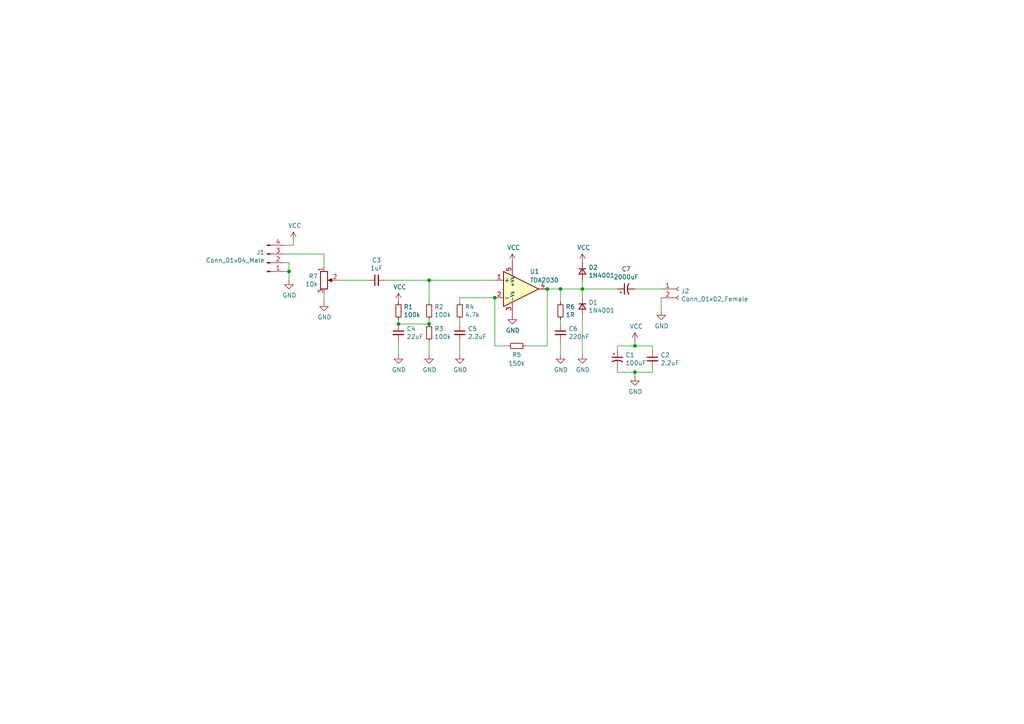
<source format=kicad_sch>
(kicad_sch (version 20211123) (generator eeschema)
  (paper "A4")
  (lib_symbols
    (symbol "Amplifier_Audio:TDA2030" (pin_names (offset 0.127))
      (property "Reference" "U" (at 3.81 6.35 0))
      (property "Value" "TDA2030" (at 3.81 3.81 0))
      (symbol "TDA2030_0_1"
        (polyline (pts (xy -5.08 5.08) (xy 5.08 0) (xy -5.08 -5.08) (xy -5.08 5.08)) (stroke (width 0.254)) (fill (type background)))
      )
      (symbol "TDA2030_1_1"
        (pin input line (at -7.62 2.54 0) (length 2.54) (name "+") (number "1"))
        (pin input line (at -7.62 -2.54 0) (length 2.54) (name "-") (number "2"))
        (pin power_in line (at -2.54 -7.62 90) (length 3.81) (name "-Vs") (number "3"))
        (pin output line (at 7.62 0 180) (length 2.54) (name "~") (number "4"))
        (pin power_in line (at -2.54 7.62 270) (length 3.81) (name "+Vs") (number "5"))
      )
    )
    (symbol "Connector:Conn_01x02_Female" (pin_names (offset 1.016) hide)
      (property "Reference" "J" (at 0 2.54 0))
      (property "Value" "Conn_01x02_Female" (at 0 -5.08 0))
      (symbol "Conn_01x02_Female_1_1"
        (arc (start 0 -2.032) (mid -0.508 -2.54) (end 0 -3.048) (stroke (width 0.1524)))
        (polyline (pts (xy -1.27 -2.54) (xy -0.508 -2.54)) (stroke (width 0.1524)))
        (polyline (pts (xy -1.27 0) (xy -0.508 0)) (stroke (width 0.1524)))
        (arc (start 0 0.508) (mid -0.508 0) (end 0 -0.508) (stroke (width 0.1524)))
        (pin passive line (at -5.08 0 0) (length 3.81) (name "Pin_1") (number "1"))
        (pin passive line (at -5.08 -2.54 0) (length 3.81) (name "Pin_2") (number "2"))
      )
    )
    (symbol "Connector:Conn_01x04_Male" (pin_names (offset 1.016) hide)
      (property "Reference" "J" (at 0 5.08 0))
      (property "Value" "Conn_01x04_Male" (at 0 -7.62 0))
      (symbol "Conn_01x04_Male_1_1"
        (polyline (pts (xy 1.27 -5.08) (xy 0.8636 -5.08)) (stroke (width 0.1524)))
        (polyline (pts (xy 1.27 -2.54) (xy 0.8636 -2.54)) (stroke (width 0.1524)))
        (polyline (pts (xy 1.27 0) (xy 0.8636 0)) (stroke (width 0.1524)))
        (polyline (pts (xy 1.27 2.54) (xy 0.8636 2.54)) (stroke (width 0.1524)))
        (rectangle (start 0.8636 -4.953) (end 0 -5.207) (stroke (width 0.1524)) (fill (type outline)))
        (rectangle (start 0.8636 -2.413) (end 0 -2.667) (stroke (width 0.1524)) (fill (type outline)))
        (rectangle (start 0.8636 0.127) (end 0 -0.127) (stroke (width 0.1524)) (fill (type outline)))
        (rectangle (start 0.8636 2.667) (end 0 2.413) (stroke (width 0.1524)) (fill (type outline)))
        (pin passive line (at 5.08 2.54 180) (length 3.81) (name "Pin_1") (number "1"))
        (pin passive line (at 5.08 0 180) (length 3.81) (name "Pin_2") (number "2"))
        (pin passive line (at 5.08 -2.54 180) (length 3.81) (name "Pin_3") (number "3"))
        (pin passive line (at 5.08 -5.08 180) (length 3.81) (name "Pin_4") (number "4"))
      )
    )
    (symbol "Device:C_Polarized_Small_US" (pin_numbers hide) (pin_names (offset 0.254) hide)
      (property "Reference" "C" (at 0.254 1.778 0))
      (property "Value" "C_Polarized_Small_US" (at 0.254 -2.032 0))
      (symbol "C_Polarized_Small_US_0_1"
        (polyline (pts (xy -1.524 0.508) (xy 1.524 0.508)) (stroke (width 0.3048)))
        (polyline (pts (xy -1.27 1.524) (xy -0.762 1.524)))
        (polyline (pts (xy -1.016 1.27) (xy -1.016 1.778)))
        (arc (start 1.524 -0.762) (mid 0 -0.3734) (end -1.524 -0.762) (stroke (width 0.3048)))
      )
      (symbol "C_Polarized_Small_US_1_1"
        (pin passive line (at 0 2.54 270) (length 2.032) (name "~") (number "1"))
        (pin passive line (at 0 -2.54 90) (length 2.032) (name "~") (number "2"))
      )
    )
    (symbol "Device:C_Small" (pin_numbers hide) (pin_names (offset 0.254) hide)
      (property "Reference" "C" (at 0.254 1.778 0))
      (property "Value" "C_Small" (at 0.254 -2.032 0))
      (symbol "C_Small_0_1"
        (polyline (pts (xy -1.524 -0.508) (xy 1.524 -0.508)) (stroke (width 0.3302)))
        (polyline (pts (xy -1.524 0.508) (xy 1.524 0.508)) (stroke (width 0.3048)))
      )
      (symbol "C_Small_1_1"
        (pin passive line (at 0 2.54 270) (length 2.032) (name "~") (number "1"))
        (pin passive line (at 0 -2.54 90) (length 2.032) (name "~") (number "2"))
      )
    )
    (symbol "Device:D_Small" (pin_numbers hide) (pin_names (offset 0.254) hide)
      (property "Reference" "D" (at -1.27 2.032 0))
      (property "Value" "D_Small" (at -3.81 -2.032 0))
      (symbol "D_Small_0_1"
        (polyline (pts (xy -0.762 -1.016) (xy -0.762 1.016)) (stroke (width 0.254)))
        (polyline (pts (xy -0.762 0) (xy 0.762 0)))
        (polyline (pts (xy 0.762 -1.016) (xy -0.762 0) (xy 0.762 1.016) (xy 0.762 -1.016)) (stroke (width 0.254)))
      )
      (symbol "D_Small_1_1"
        (pin passive line (at -2.54 0 0) (length 1.778) (name "K") (number "1"))
        (pin passive line (at 2.54 0 180) (length 1.778) (name "A") (number "2"))
      )
    )
    (symbol "Device:R_Potentiometer" (pin_names (offset 1.016) hide)
      (property "Reference" "RV" (at -4.445 0 90))
      (property "Value" "R_Potentiometer" (at -2.54 0 90))
      (symbol "R_Potentiometer_0_1"
        (polyline (pts (xy 2.54 0) (xy 1.524 0)))
        (polyline (pts (xy 1.143 0) (xy 2.286 0.508) (xy 2.286 -0.508) (xy 1.143 0)) (fill (type outline)))
        (rectangle (start 1.016 2.54) (end -1.016 -2.54) (stroke (width 0.254)))
      )
      (symbol "R_Potentiometer_1_1"
        (pin passive line (at 0 3.81 270) (length 1.27) (name "1") (number "1"))
        (pin passive line (at 3.81 0 180) (length 1.27) (name "2") (number "2"))
        (pin passive line (at 0 -3.81 90) (length 1.27) (name "3") (number "3"))
      )
    )
    (symbol "Device:R_Small" (pin_numbers hide) (pin_names (offset 0.254) hide)
      (property "Reference" "R" (at 0.762 0.508 0))
      (property "Value" "R_Small" (at 0.762 -1.016 0))
      (symbol "R_Small_0_1"
        (rectangle (start -0.762 1.778) (end 0.762 -1.778) (stroke (width 0.2032)))
      )
      (symbol "R_Small_1_1"
        (pin passive line (at 0 2.54 270) (length 0.762) (name "~") (number "1"))
        (pin passive line (at 0 -2.54 90) (length 0.762) (name "~") (number "2"))
      )
    )
    (symbol "power:GND" (power) (pin_names (offset 0))
      (property "Value" "GND" (at 0 -3.81 0))
      (symbol "GND_0_1"
        (polyline (pts (xy 0 0) (xy 0 -1.27) (xy 1.27 -1.27) (xy 0 -2.54) (xy -1.27 -1.27) (xy 0 -1.27)))
      )
      (symbol "GND_1_1"
        (pin power_in line (at 0 0 270) (length 0) hide (name "GND") (number "1"))
      )
    )
    (symbol "power:VCC" (power) (pin_names (offset 0))
      (property "Value" "VCC" (at 0 3.81 0))
      (symbol "VCC_0_1"
        (polyline (pts (xy -0.762 1.27) (xy 0 2.54)))
        (polyline (pts (xy 0 0) (xy 0 2.54)))
        (polyline (pts (xy 0 2.54) (xy 0.762 1.27)))
      )
      (symbol "VCC_1_1"
        (pin power_in line (at 0 0 90) (length 0) hide (name "VCC") (number "1"))
      )
    )
  )
  (junction (at 124.46 81.28))
  (junction (at 158.75 83.82))
  (junction (at 168.91 83.82))
  (junction (at 115.57 93.98))
  (junction (at 83.82 78.74))
  (junction (at 124.46 93.98))
  (junction (at 184.15 107.95))
  (junction (at 143.51 86.36))
  (junction (at 162.56 83.82))
  (junction (at 184.15 100.33))
  (wire (pts (xy 158.75 83.82) (xy 158.75 100.33)))
  (wire (pts (xy 184.15 107.95) (xy 184.15 109.22)))
  (wire (pts (xy 143.51 100.33) (xy 147.32 100.33)))
  (wire (pts (xy 83.82 78.74) (xy 83.82 81.28)))
  (wire (pts (xy 184.15 100.33) (xy 184.15 99.06)))
  (wire (pts (xy 184.15 107.95) (xy 189.23 107.95)))
  (wire (pts (xy 133.35 86.36) (xy 143.51 86.36)))
  (wire (pts (xy 158.75 83.82) (xy 162.56 83.82)))
  (wire (pts (xy 133.35 92.71) (xy 133.35 93.98)))
  (wire (pts (xy 124.46 99.06) (xy 124.46 102.87)))
  (wire (pts (xy 124.46 92.71) (xy 124.46 93.98)))
  (wire (pts (xy 115.57 92.71) (xy 115.57 93.98)))
  (wire (pts (xy 184.15 100.33) (xy 189.23 100.33)))
  (wire (pts (xy 168.91 91.44) (xy 168.91 102.87)))
  (wire (pts (xy 93.98 85.09) (xy 93.98 87.63)))
  (wire (pts (xy 162.56 83.82) (xy 168.91 83.82)))
  (wire (pts (xy 162.56 99.06) (xy 162.56 102.87)))
  (wire (pts (xy 85.09 71.12) (xy 85.09 69.85)))
  (wire (pts (xy 162.56 92.71) (xy 162.56 93.98)))
  (wire (pts (xy 179.07 107.95) (xy 184.15 107.95)))
  (wire (pts (xy 179.07 100.33) (xy 184.15 100.33)))
  (wire (pts (xy 82.55 78.74) (xy 83.82 78.74)))
  (wire (pts (xy 115.57 99.06) (xy 115.57 102.87)))
  (wire (pts (xy 179.07 106.68) (xy 179.07 107.95)))
  (wire (pts (xy 158.75 100.33) (xy 152.4 100.33)))
  (wire (pts (xy 133.35 99.06) (xy 133.35 102.87)))
  (wire (pts (xy 184.15 83.82) (xy 191.77 83.82)))
  (wire (pts (xy 168.91 83.82) (xy 179.07 83.82)))
  (wire (pts (xy 168.91 83.82) (xy 168.91 86.36)))
  (wire (pts (xy 82.55 73.66) (xy 93.98 73.66)))
  (wire (pts (xy 93.98 73.66) (xy 93.98 77.47)))
  (wire (pts (xy 191.77 90.17) (xy 191.77 86.36)))
  (wire (pts (xy 168.91 83.82) (xy 168.91 81.28)))
  (wire (pts (xy 179.07 101.6) (xy 179.07 100.33)))
  (wire (pts (xy 143.51 86.36) (xy 143.51 100.33)))
  (wire (pts (xy 111.76 81.28) (xy 124.46 81.28)))
  (wire (pts (xy 162.56 83.82) (xy 162.56 87.63)))
  (wire (pts (xy 133.35 87.63) (xy 133.35 86.36)))
  (wire (pts (xy 189.23 107.95) (xy 189.23 106.68)))
  (wire (pts (xy 83.82 76.2) (xy 83.82 78.74)))
  (wire (pts (xy 124.46 87.63) (xy 124.46 81.28)))
  (wire (pts (xy 82.55 76.2) (xy 83.82 76.2)))
  (wire (pts (xy 115.57 93.98) (xy 124.46 93.98)))
  (wire (pts (xy 124.46 81.28) (xy 143.51 81.28)))
  (wire (pts (xy 82.55 71.12) (xy 85.09 71.12)))
  (wire (pts (xy 97.79 81.28) (xy 106.68 81.28)))
  (wire (pts (xy 189.23 100.33) (xy 189.23 101.6)))
  (symbol (lib_id "Amplifier_Audio:TDA2030") (at 151.13 83.82 0) (unit 1)
    (property "Reference" "U1" (at 153.67 78.74 0) (effects (justify left)))
    (property "Value" "TDA2030" (at 153.67 81.28 0) (effects (justify left)))
    (property "Footprint" "Package_TO_SOT_THT:TO-220-5_P3.4x3.7mm_StaggerOdd_Lead3.8mm_Vertical" (effects hide))
    (property "Datasheet" "http://www.st.com/resource/en/datasheet/cd00000128.pdf" (effects hide))
  )
  (symbol (lib_id "Device:R_Small") (at 149.86 100.33 270) (unit 1)
    (property "Reference" "R5" (at 149.86 102.87 90))
    (property "Value" "150k" (at 149.86 105.41 90))
    (property "Footprint" "Resistor_SMD:R_0805_2012Metric" (effects hide))
  )
  (symbol (lib_id "Device:R_Small") (at 162.56 90.17 180) (unit 1)
    (property "Reference" "R6" (at 164.0586 89.0016 0) (effects (justify right)))
    (property "Value" "1R" (at 164.0586 91.313 0) (effects (justify right)))
    (property "Footprint" "Resistor_SMD:R_0805_2012Metric" (effects hide))
  )
  (symbol (lib_id "Device:C_Small") (at 162.56 96.52 0) (unit 1)
    (property "Reference" "C6" (at 164.8968 95.3516 0) (effects (justify left)))
    (property "Value" "220nF" (at 164.8968 97.663 0) (effects (justify left)))
    (property "Footprint" "Capacitor_SMD:C_0805_2012Metric" (effects hide))
  )
  (symbol (lib_id "Device:R_Small") (at 133.35 90.17 180) (unit 1)
    (property "Reference" "R4" (at 134.8486 89.0016 0) (effects (justify right)))
    (property "Value" "4.7k" (at 134.8486 91.313 0) (effects (justify right)))
    (property "Footprint" "Resistor_SMD:R_0805_2012Metric" (effects hide))
  )
  (symbol (lib_id "Device:C_Small") (at 133.35 96.52 0) (unit 1)
    (property "Reference" "C5" (at 135.6868 95.3516 0) (effects (justify left)))
    (property "Value" "2.2uF" (at 135.6868 97.663 0) (effects (justify left)))
    (property "Footprint" "Capacitor_SMD:C_0805_2012Metric" (effects hide))
  )
  (symbol (lib_id "Device:R_Small") (at 124.46 90.17 180) (unit 1)
    (property "Reference" "R2" (at 125.9586 89.0016 0) (effects (justify right)))
    (property "Value" "100k" (at 125.9586 91.313 0) (effects (justify right)))
    (property "Footprint" "Resistor_SMD:R_0805_2012Metric" (effects hide))
  )
  (symbol (lib_id "Device:R_Small") (at 124.46 96.52 180) (unit 1)
    (property "Reference" "R3" (at 125.9586 95.3516 0) (effects (justify right)))
    (property "Value" "100k" (at 125.9586 97.663 0) (effects (justify right)))
    (property "Footprint" "Resistor_SMD:R_0805_2012Metric" (effects hide))
  )
  (symbol (lib_id "Device:C_Small") (at 115.57 96.52 0) (unit 1)
    (property "Reference" "C4" (at 117.9068 95.3516 0) (effects (justify left)))
    (property "Value" "22uF" (at 117.9068 97.663 0) (effects (justify left)))
    (property "Footprint" "Capacitor_SMD:C_0805_2012Metric" (effects hide))
  )
  (symbol (lib_id "Device:C_Polarized_Small_US") (at 181.61 83.82 90) (unit 1)
    (property "Reference" "C7" (at 181.61 78.0288 90))
    (property "Value" "2000uF" (at 181.61 80.3402 90))
    (property "Footprint" "Capacitor_THT:CP_Radial_D8.0mm_P3.80mm" (effects hide))
  )
  (symbol (lib_id "Device:C_Small") (at 109.22 81.28 90) (unit 1)
    (property "Reference" "C3" (at 109.22 75.4634 90))
    (property "Value" "1uF" (at 109.22 77.7748 90))
    (property "Footprint" "Capacitor_SMD:C_0805_2012Metric" (effects hide))
  )
  (symbol (lib_id "power:GND") (at 148.59 91.44 0) (unit 1)
    (property "Reference" "#PWR0101" (effects hide))
    (property "Value" "GND" (at 148.717 95.8342 0))
  )
  (symbol (lib_id "Device:R_Small") (at 115.57 90.17 180) (unit 1)
    (property "Reference" "R1" (at 117.0686 89.0016 0) (effects (justify right)))
    (property "Value" "100k" (at 117.0686 91.313 0) (effects (justify right)))
    (property "Footprint" "Resistor_SMD:R_0805_2012Metric" (effects hide))
  )
  (symbol (lib_id "power:VCC") (at 148.59 76.2 0) (unit 1)
    (property "Reference" "#PWR0102" (effects hide))
    (property "Value" "VCC" (at 148.971 71.8058 0))
  )
  (symbol (lib_id "power:VCC") (at 115.57 87.63 0) (unit 1)
    (property "Reference" "#PWR0103" (effects hide))
    (property "Value" "VCC" (at 115.951 83.2358 0))
  )
  (symbol (lib_id "Device:C_Small") (at 189.23 104.14 0) (unit 1)
    (property "Reference" "C2" (at 191.5668 102.9716 0) (effects (justify left)))
    (property "Value" "2.2uF" (at 191.5668 105.283 0) (effects (justify left)))
    (property "Footprint" "Capacitor_SMD:C_0805_2012Metric" (effects hide))
  )
  (symbol (lib_id "power:VCC") (at 184.15 99.06 0) (unit 1)
    (property "Reference" "#PWR0104" (effects hide))
    (property "Value" "VCC" (at 184.531 94.6658 0))
  )
  (symbol (lib_id "Device:C_Polarized_Small_US") (at 179.07 104.14 0) (unit 1)
    (property "Reference" "C1" (at 181.3814 102.9716 0) (effects (justify left)))
    (property "Value" "100uF" (at 181.3814 105.283 0) (effects (justify left)))
    (property "Footprint" "Capacitor_THT:CP_Radial_D5.0mm_P2.50mm" (effects hide))
  )
  (symbol (lib_id "power:GND") (at 184.15 109.22 0) (unit 1)
    (property "Reference" "#PWR0105" (effects hide))
    (property "Value" "GND" (at 184.277 113.6142 0))
  )
  (symbol (lib_id "power:GND") (at 115.57 102.87 0) (unit 1)
    (property "Reference" "#PWR0106" (effects hide))
    (property "Value" "GND" (at 115.697 107.2642 0))
  )
  (symbol (lib_id "power:GND") (at 124.46 102.87 0) (unit 1)
    (property "Reference" "#PWR0107" (effects hide))
    (property "Value" "GND" (at 124.587 107.2642 0))
  )
  (symbol (lib_id "power:GND") (at 133.35 102.87 0) (unit 1)
    (property "Reference" "#PWR0108" (effects hide))
    (property "Value" "GND" (at 133.477 107.2642 0))
  )
  (symbol (lib_id "power:GND") (at 162.56 102.87 0) (unit 1)
    (property "Reference" "#PWR0109" (effects hide))
    (property "Value" "GND" (at 162.687 107.2642 0))
  )
  (symbol (lib_id "Device:D_Small") (at 168.91 88.9 270) (unit 1)
    (property "Reference" "D1" (at 170.688 87.7316 90) (effects (justify left)))
    (property "Value" "1N4001" (at 170.688 90.043 90) (effects (justify left)))
    (property "Footprint" "Diode_SMD:D_MicroMELF" (effects hide))
  )
  (symbol (lib_id "Device:D_Small") (at 168.91 78.74 270) (unit 1)
    (property "Reference" "D2" (at 170.688 77.5716 90) (effects (justify left)))
    (property "Value" "1N4001" (at 170.688 79.883 90) (effects (justify left)))
    (property "Footprint" "Diode_SMD:D_MicroMELF" (effects hide))
  )
  (symbol (lib_id "power:VCC") (at 168.91 76.2 0) (unit 1)
    (property "Reference" "#PWR0110" (effects hide))
    (property "Value" "VCC" (at 169.291 71.8058 0))
  )
  (symbol (lib_id "Device:R_Potentiometer") (at 93.98 81.28 0) (unit 1)
    (property "Reference" "R7" (at 92.202 80.1116 0) (effects (justify right)))
    (property "Value" "10k" (at 92.202 82.423 0) (effects (justify right)))
    (property "Footprint" "Potentiometer_THT:Potentiometer_Bourns_3386F_Vertical" (effects hide))
  )
  (symbol (lib_id "Connector:Conn_01x04_Male") (at 77.47 76.2 0) (mirror x) (unit 1)
    (property "Reference" "J1" (at 76.7588 73.2028 0) (effects (justify right)))
    (property "Value" "Conn_01x04_Male" (at 76.7588 75.5142 0) (effects (justify right)))
    (property "Footprint" "Connector_PinHeader_2.54mm:PinHeader_1x04_P2.54mm_Vertical" (effects hide))
  )
  (symbol (lib_id "Connector:Conn_01x02_Female") (at 196.85 83.82 0) (unit 1)
    (property "Reference" "J2" (at 197.5612 84.4296 0) (effects (justify left)))
    (property "Value" "Conn_01x02_Female" (at 197.5612 86.741 0) (effects (justify left)))
    (property "Footprint" "TerminalBlock_Phoenix:TerminalBlock_Phoenix_MKDS-1,5-2_1x02_P5.00mm_Horizontal" (effects hide))
  )
  (symbol (lib_id "power:VCC") (at 85.09 69.85 0) (unit 1)
    (property "Reference" "#PWR0111" (effects hide))
    (property "Value" "VCC" (at 85.471 65.4558 0))
  )
  (symbol (lib_id "power:GND") (at 83.82 81.28 0) (unit 1)
    (property "Reference" "#PWR0112" (effects hide))
    (property "Value" "GND" (at 83.947 85.6742 0))
  )
  (symbol (lib_id "power:GND") (at 93.98 87.63 0) (unit 1)
    (property "Reference" "#PWR0113" (effects hide))
    (property "Value" "GND" (at 94.107 92.0242 0))
  )
  (symbol (lib_id "power:GND") (at 168.91 102.87 0) (unit 1)
    (property "Reference" "#PWR0114" (effects hide))
    (property "Value" "GND" (at 169.037 107.2642 0))
  )
  (symbol (lib_id "power:GND") (at 191.77 90.17 0) (unit 1)
    (property "Reference" "#PWR0115" (effects hide))
    (property "Value" "GND" (at 191.897 94.5642 0))
  )
)
</source>
